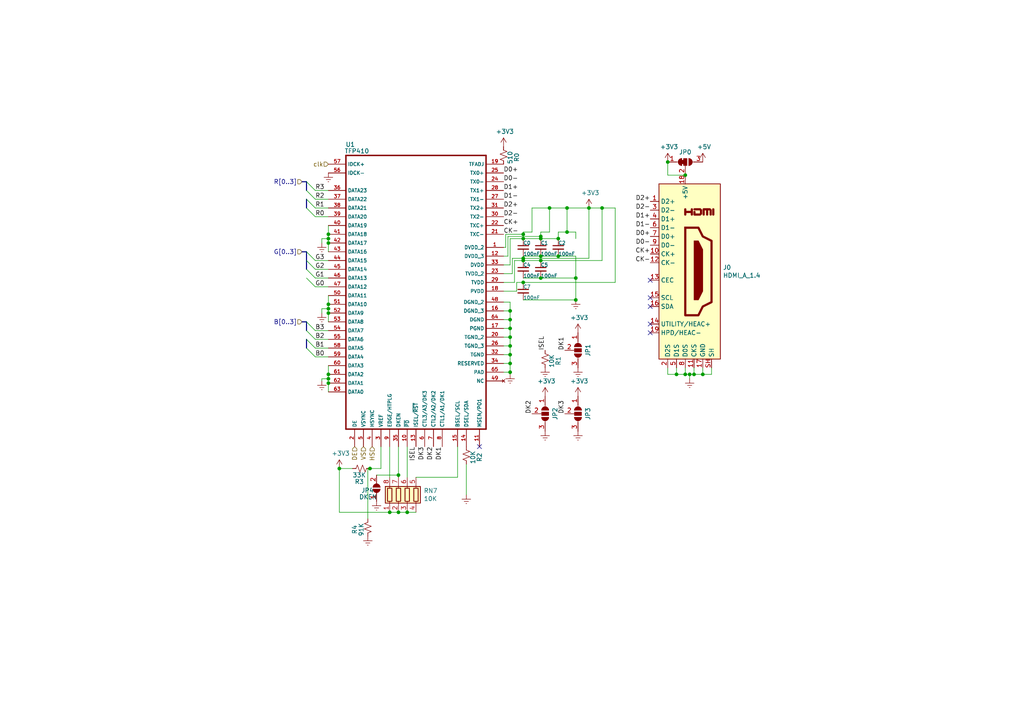
<source format=kicad_sch>
(kicad_sch (version 20200714) (host eeschema "(5.99.0-2441-g41b7c7c43)")
  (page 2 3)
  (paper "A4")
  (lib_symbols
    (symbol "Connector:HDMI_A_1.4" (pin_names (offset 0.508))
      (property "Reference" "J" (at -6.35 26.67 0))
      (property "Value" "HDMI_A_1.4" (at 10.16 26.67 0))
      (symbol "HDMI_A_1.4_0_1"
        (rectangle (start -7.62 25.4) (end 10.16 -25.4) (stroke (width 0.254)) (fill (type background)))
        (polyline (pts (xy 2.54 8.89) (xy 3.81 8.89) (xy 5.08 6.35) (xy 5.08 -5.715) (xy 3.81 -8.255) (xy 2.54 -8.255) (xy 2.54 8.89)) (fill (type outline)))
        (polyline (pts (xy 5.334 16.51) (xy 5.334 18.034) (xy 6.35 18.034) (xy 6.35 16.51) (xy 6.35 18.034) (xy 7.112 18.034) (xy 7.366 17.78) (xy 7.366 16.51)) (stroke (width 0.635)))
        (polyline (pts (xy 0 12.7) (xy 0 -12.7) (xy 3.81 -12.7) (xy 5.08 -10.16) (xy 7.62 -8.89) (xy 7.62 8.89) (xy 5.08 10.16) (xy 3.81 12.7) (xy 0 12.7)) (stroke (width 0.635)))
      )
      (symbol "HDMI_A_1.4_0_0"
        (polyline (pts (xy 8.128 16.51) (xy 8.128 18.034)) (stroke (width 0.635)))
        (polyline (pts (xy 0 16.51) (xy 0 18.034) (xy 0 17.272) (xy 1.905 17.272) (xy 1.905 18.034) (xy 1.905 16.51)) (stroke (width 0.635)))
        (polyline (pts (xy 2.667 18.034) (xy 4.318 18.034) (xy 4.572 17.78) (xy 4.572 16.764) (xy 4.318 16.51) (xy 2.667 16.51) (xy 2.667 17.272)) (stroke (width 0.635)))
      )
      (symbol "HDMI_A_1.4_1_1"
        (pin passive line (at -10.16 20.32 0) (length 2.54) (name "D2+") (number "1"))
        (pin passive line (at -10.16 5.08 0) (length 2.54) (name "CK+") (number "10"))
        (pin power_in line (at 2.54 -27.94 90) (length 2.54) (name "CKS") (number "11"))
        (pin passive line (at -10.16 2.54 0) (length 2.54) (name "CK-") (number "12"))
        (pin bidirectional line (at -10.16 -2.54 0) (length 2.54) (name "CEC") (number "13"))
        (pin passive line (at -10.16 -15.24 0) (length 2.54) (name "UTILITY/HEAC+") (number "14"))
        (pin passive line (at -10.16 -7.62 0) (length 2.54) (name "SCL") (number "15"))
        (pin bidirectional line (at -10.16 -10.16 0) (length 2.54) (name "SDA") (number "16"))
        (pin power_in line (at 5.08 -27.94 90) (length 2.54) (name "GND") (number "17"))
        (pin power_in line (at 0 27.94 270) (length 2.54) (name "+5V") (number "18"))
        (pin passive line (at -10.16 -17.78 0) (length 2.54) (name "HPD/HEAC-") (number "19"))
        (pin power_in line (at -5.08 -27.94 90) (length 2.54) (name "D2S") (number "2"))
        (pin passive line (at -10.16 17.78 0) (length 2.54) (name "D2-") (number "3"))
        (pin passive line (at -10.16 15.24 0) (length 2.54) (name "D1+") (number "4"))
        (pin power_in line (at -2.54 -27.94 90) (length 2.54) (name "D1S") (number "5"))
        (pin passive line (at -10.16 12.7 0) (length 2.54) (name "D1-") (number "6"))
        (pin passive line (at -10.16 10.16 0) (length 2.54) (name "D0+") (number "7"))
        (pin power_in line (at 0 -27.94 90) (length 2.54) (name "D0S") (number "8"))
        (pin passive line (at -10.16 7.62 0) (length 2.54) (name "D0-") (number "9"))
        (pin passive line (at 7.62 -27.94 90) (length 2.54) (name "SH") (number "SH"))
      )
    )
    (symbol "Custom_Symbols:TFP_410"
      (property "Reference" "U" (at 19.05 31.75 0))
      (property "Value" "TFP_410" (at 20.32 36.83 0))
      (symbol "TFP_410_1_1"
        (polyline (pts (xy 0 0) (xy 40.64 0)) (stroke (width 0.4064)))
        (polyline (pts (xy 0 79.375) (xy 0 0)) (stroke (width 0.4064)))
        (polyline (pts (xy 40.64 0) (xy 40.64 79.375)) (stroke (width 0.4064)))
        (polyline (pts (xy 40.64 79.375) (xy 0 79.375)) (stroke (width 0.4064)))
        (pin power_in line (at 45.72 52.705 180) (length 5.08) (name "DVDD_2") (number "1"))
        (pin input line (at 17.78 -5.08 90) (length 5.08) (name "~PD") (number "10"))
        (pin output line (at 38.735 -5.08 90) (length 5.08) (name "MSEN/PO1") (number "11"))
        (pin power_in line (at 45.72 50.165 180) (length 5.08) (name "DVDD_3") (number "12"))
        (pin input line (at 20.32 -5.08 90) (length 5.08) (name "ISEL/~RST") (number "13"))
        (pin bidirectional line (at 34.925 -5.08 90) (length 5.08) (name "DSEL/SDA") (number "14"))
        (pin input line (at 32.385 -5.08 90) (length 5.08) (name "BSEL/SCL") (number "15"))
        (pin passive line (at 45.72 34.29 180) (length 5.08) (name "DGND_3") (number "16"))
        (pin passive line (at 45.72 29.21 180) (length 5.08) (name "PGND") (number "17"))
        (pin power_in line (at 45.72 40.005 180) (length 5.08) (name "PVDD") (number "18"))
        (pin input line (at 45.72 76.835 180) (length 5.08) (name "TFADJ") (number "19"))
        (pin input line (at 2.54 -5.08 90) (length 5.08) (name "DE") (number "2"))
        (pin passive line (at 45.72 26.67 180) (length 5.08) (name "TGND_2") (number "20"))
        (pin output line (at 45.72 56.515 180) (length 5.08) (name "TXC-") (number "21"))
        (pin output line (at 45.72 59.055 180) (length 5.08) (name "TXC+") (number "22"))
        (pin power_in line (at 45.72 45.085 180) (length 5.08) (name "TVDD_2") (number "23"))
        (pin output line (at 45.72 71.755 180) (length 5.08) (name "TX0-") (number "24"))
        (pin output line (at 45.72 74.295 180) (length 5.08) (name "TX0+") (number "25"))
        (pin passive line (at 45.72 24.13 180) (length 5.08) (name "TGND_3") (number "26"))
        (pin output line (at 45.72 66.675 180) (length 5.08) (name "TX1-") (number "27"))
        (pin output line (at 45.72 69.215 180) (length 5.08) (name "TX1+") (number "28"))
        (pin power_in line (at 45.72 42.545 180) (length 5.08) (name "TVDD") (number "29"))
        (pin input line (at 10.16 -5.08 90) (length 5.08) (name "VREF") (number "3"))
        (pin output line (at 45.72 61.595 180) (length 5.08) (name "TX2-") (number "30"))
        (pin output line (at 45.72 64.135 180) (length 5.08) (name "TX2+") (number "31"))
        (pin passive line (at 45.72 21.59 180) (length 5.08) (name "TGND") (number "32"))
        (pin power_in line (at 45.72 47.625 180) (length 5.08) (name "DVDD") (number "33"))
        (pin passive line (at 45.72 19.05 180) (length 5.08) (name "RESERVED") (number "34"))
        (pin input line (at 15.24 -5.08 90) (length 5.08) (name "DKEN") (number "35"))
        (pin input line (at -5.08 69.215 0) (length 5.08) (name "DATA23") (number "36"))
        (pin input line (at -5.08 66.675 0) (length 5.08) (name "DATA22") (number "37"))
        (pin input line (at -5.08 64.135 0) (length 5.08) (name "DATA21") (number "38"))
        (pin input line (at -5.08 61.595 0) (length 5.08) (name "DATA20") (number "39"))
        (pin input line (at 7.62 -5.08 90) (length 5.08) (name "HSYNC") (number "4"))
        (pin input line (at -5.08 59.055 0) (length 5.08) (name "DATA19") (number "40"))
        (pin input line (at -5.08 56.515 0) (length 5.08) (name "DATA18") (number "41"))
        (pin input line (at -5.08 53.975 0) (length 5.08) (name "DATA17") (number "42"))
        (pin input line (at -5.08 51.435 0) (length 5.08) (name "DATA16") (number "43"))
        (pin input line (at -5.08 48.895 0) (length 5.08) (name "DATA15") (number "44"))
        (pin input line (at -5.08 46.355 0) (length 5.08) (name "DATA14") (number "45"))
        (pin input line (at -5.08 43.815 0) (length 5.08) (name "DATA13") (number "46"))
        (pin input line (at -5.08 41.275 0) (length 5.08) (name "DATA12") (number "47"))
        (pin passive line (at 45.72 36.83 180) (length 5.08) (name "DGND_2") (number "48"))
        (pin unconnected line (at 45.72 13.97 180) (length 5.08) (name "NC") (number "49"))
        (pin input line (at 5.08 -5.08 90) (length 5.08) (name "VSYNC") (number "5"))
        (pin input line (at -5.08 38.735 0) (length 5.08) (name "DATA11") (number "50"))
        (pin input line (at -5.08 36.195 0) (length 5.08) (name "DATA10") (number "51"))
        (pin input line (at -5.08 33.655 0) (length 5.08) (name "DATA9") (number "52"))
        (pin input line (at -5.08 31.115 0) (length 5.08) (name "DATA8") (number "53"))
        (pin input line (at -5.08 28.575 0) (length 5.08) (name "DATA7") (number "54"))
        (pin input line (at -5.08 26.035 0) (length 5.08) (name "DATA6") (number "55"))
        (pin input line (at -5.08 74.295 0) (length 5.08) (name "IDCK-") (number "56"))
        (pin input line (at -5.08 76.835 0) (length 5.08) (name "IDCK+") (number "57"))
        (pin input line (at -5.08 23.495 0) (length 5.08) (name "DATA5") (number "58"))
        (pin input line (at -5.08 20.955 0) (length 5.08) (name "DATA4") (number "59"))
        (pin input line (at 22.86 -5.08 90) (length 5.08) (name "CTL3/A3/DK3") (number "6"))
        (pin input line (at -5.08 18.415 0) (length 5.08) (name "DATA3") (number "60"))
        (pin input line (at -5.08 15.875 0) (length 5.08) (name "DATA2") (number "61"))
        (pin input line (at -5.08 13.335 0) (length 5.08) (name "DATA1") (number "62"))
        (pin input line (at -5.08 10.795 0) (length 5.08) (name "DATA0") (number "63"))
        (pin passive line (at 45.72 31.75 180) (length 5.08) (name "DGND") (number "64"))
        (pin passive line (at 45.72 16.51 180) (length 5.08) (name "PAD") (number "65"))
        (pin input line (at 25.4 -5.08 90) (length 5.08) (name "CTL2/A2/DK2") (number "7"))
        (pin input line (at 27.94 -5.08 90) (length 5.08) (name "CTL1/A1/DK1") (number "8"))
        (pin input line (at 12.7 -5.08 90) (length 5.08) (name "EDGE/HTPLG") (number "9"))
      )
    )
    (symbol "Device:C_Small" (pin_numbers hide) (pin_names (offset 0.254) hide)
      (property "Reference" "C" (at 0.254 1.778 0))
      (property "Value" "C_Small" (at 0.254 -2.032 0))
      (symbol "C_Small_0_1"
        (polyline (pts (xy -1.524 -0.508) (xy 1.524 -0.508)) (stroke (width 0.3302)))
        (polyline (pts (xy -1.524 0.508) (xy 1.524 0.508)) (stroke (width 0.3048)))
      )
      (symbol "C_Small_1_1"
        (pin passive line (at 0 2.54 270) (length 2.032) (name "~") (number "1"))
        (pin passive line (at 0 -2.54 90) (length 2.032) (name "~") (number "2"))
      )
    )
    (symbol "Device:R_Pack04" (pin_names (offset 0) hide)
      (property "Reference" "RN" (at -7.62 0 90))
      (property "Value" "R_Pack04" (at 5.08 0 90))
      (symbol "R_Pack04_0_1"
        (rectangle (start -3.175 1.905) (end -1.905 -1.905) (stroke (width 0.254)))
        (rectangle (start -5.715 1.905) (end -4.445 -1.905) (stroke (width 0.254)))
        (rectangle (start -0.635 1.905) (end 0.635 -1.905) (stroke (width 0.254)))
        (rectangle (start -6.35 -2.413) (end 3.81 2.413) (stroke (width 0.254)) (fill (type background)))
        (rectangle (start 1.905 1.905) (end 3.175 -1.905) (stroke (width 0.254)))
        (polyline (pts (xy -2.54 -2.54) (xy -2.54 -1.905)))
        (polyline (pts (xy -2.54 1.905) (xy -2.54 2.54)))
        (polyline (pts (xy -5.08 -2.54) (xy -5.08 -1.905)))
        (polyline (pts (xy -5.08 1.905) (xy -5.08 2.54)))
        (polyline (pts (xy 0 -2.54) (xy 0 -1.905)))
        (polyline (pts (xy 0 1.905) (xy 0 2.54)))
        (polyline (pts (xy 2.54 -2.54) (xy 2.54 -1.905)))
        (polyline (pts (xy 2.54 1.905) (xy 2.54 2.54)))
      )
      (symbol "R_Pack04_1_1"
        (pin passive line (at -5.08 -5.08 90) (length 2.54) (name "R1.1") (number "1"))
        (pin passive line (at -5.08 5.08 270) (length 2.54) (name "R1.2") (number "8"))
        (pin passive line (at -2.54 -5.08 90) (length 2.54) (name "R2.1") (number "2"))
        (pin passive line (at -2.54 5.08 270) (length 2.54) (name "R2.2") (number "7"))
        (pin passive line (at 0 -5.08 90) (length 2.54) (name "R3.1") (number "3"))
        (pin passive line (at 0 5.08 270) (length 2.54) (name "R3.2") (number "6"))
        (pin passive line (at 2.54 -5.08 90) (length 2.54) (name "R4.1") (number "4"))
        (pin passive line (at 2.54 5.08 270) (length 2.54) (name "R4.2") (number "5"))
      )
    )
    (symbol "Device:R_Small_US" (pin_numbers hide) (pin_names (offset 0.254) hide)
      (property "Reference" "R" (at 0.762 0.508 0))
      (property "Value" "R_Small_US" (at 0.762 -1.016 0))
      (symbol "R_Small_US_1_1"
        (polyline (pts (xy 0 0) (xy 1.016 -0.381) (xy 0 -0.762) (xy -1.016 -1.143) (xy 0 -1.524)))
        (polyline (pts (xy 0 1.524) (xy 1.016 1.143) (xy 0 0.762) (xy -1.016 0.381) (xy 0 0)))
        (pin passive line (at 0 2.54 270) (length 1.016) (name "~") (number "1"))
        (pin passive line (at 0 -2.54 90) (length 1.016) (name "~") (number "2"))
      )
    )
    (symbol "Jumper:SolderJumper_2_Open" (pin_names (offset 0) hide)
      (property "Reference" "JP" (at 0 2.032 0))
      (property "Value" "SolderJumper_2_Open" (at 0 -2.54 0))
      (symbol "SolderJumper_2_Open_0_1"
        (arc (start -0.254 1.016) (end -0.254 -1.016) (radius (at -0.254 0) (length 1.016) (angles 90.1 -90.1)))
        (arc (start -0.254 1.016) (end -0.254 -1.016) (radius (at -0.254 0) (length 1.016) (angles 90.1 -90.1)) (fill (type outline)))
        (arc (start 0.254 -1.016) (end 0.254 1.016) (radius (at 0.254 0) (length 1.016) (angles -89.9 89.9)))
        (arc (start 0.254 -1.016) (end 0.254 1.016) (radius (at 0.254 0) (length 1.016) (angles -89.9 89.9)) (fill (type outline)))
        (polyline (pts (xy -0.254 1.016) (xy -0.254 -1.016)))
        (polyline (pts (xy 0.254 1.016) (xy 0.254 -1.016)))
      )
      (symbol "SolderJumper_2_Open_1_1"
        (pin passive line (at -3.81 0 0) (length 2.54) (name "A") (number "1"))
        (pin passive line (at 3.81 0 180) (length 2.54) (name "B") (number "2"))
      )
    )
    (symbol "Jumper:SolderJumper_3_Bridged12" (pin_names (offset 0) hide)
      (property "Reference" "JP" (at -2.54 -2.54 0))
      (property "Value" "SolderJumper_3_Bridged12" (at 0 2.794 0))
      (symbol "SolderJumper_3_Bridged12_0_1"
        (arc (start -1.016 1.016) (end -1.016 -1.016) (radius (at -1.016 0) (length 1.016) (angles 90.1 -90.1)))
        (arc (start -1.016 1.016) (end -1.016 -1.016) (radius (at -1.016 0) (length 1.016) (angles 90.1 -90.1)) (fill (type outline)))
        (arc (start 1.016 -1.016) (end 1.016 1.016) (radius (at 1.016 0) (length 1.016) (angles -89.9 89.9)))
        (arc (start 1.016 -1.016) (end 1.016 1.016) (radius (at 1.016 0) (length 1.016) (angles -89.9 89.9)) (fill (type outline)))
        (rectangle (start -1.016 0.508) (end -0.508 -0.508) (fill (type outline)))
        (rectangle (start -0.508 1.016) (end 0.508 -1.016) (fill (type outline)))
        (polyline (pts (xy -2.54 0) (xy -2.032 0)))
        (polyline (pts (xy -1.016 1.016) (xy -1.016 -1.016)))
        (polyline (pts (xy 0 -1.27) (xy 0 -1.016)))
        (polyline (pts (xy 1.016 1.016) (xy 1.016 -1.016)))
        (polyline (pts (xy 2.54 0) (xy 2.032 0)))
      )
      (symbol "SolderJumper_3_Bridged12_1_1"
        (pin passive line (at -5.08 0 0) (length 2.54) (name "A") (number "1"))
        (pin input line (at 0 -3.81 90) (length 2.54) (name "C") (number "2"))
        (pin passive line (at 5.08 0 180) (length 2.54) (name "B") (number "3"))
      )
    )
    (symbol "Jumper:SolderJumper_3_Open" (pin_names (offset 0) hide)
      (property "Reference" "JP" (at -2.54 -2.54 0))
      (property "Value" "SolderJumper_3_Open" (at 0 2.794 0))
      (symbol "SolderJumper_3_Open_0_1"
        (arc (start -1.016 1.016) (end -1.016 -1.016) (radius (at -1.016 0) (length 1.016) (angles 90.1 -90.1)))
        (arc (start -1.016 1.016) (end -1.016 -1.016) (radius (at -1.016 0) (length 1.016) (angles 90.1 -90.1)) (fill (type outline)))
        (arc (start 1.016 -1.016) (end 1.016 1.016) (radius (at 1.016 0) (length 1.016) (angles -89.9 89.9)))
        (arc (start 1.016 -1.016) (end 1.016 1.016) (radius (at 1.016 0) (length 1.016) (angles -89.9 89.9)) (fill (type outline)))
        (rectangle (start -0.508 1.016) (end 0.508 -1.016) (fill (type outline)))
        (polyline (pts (xy -2.54 0) (xy -2.032 0)))
        (polyline (pts (xy -1.016 1.016) (xy -1.016 -1.016)))
        (polyline (pts (xy 0 -1.27) (xy 0 -1.016)))
        (polyline (pts (xy 1.016 1.016) (xy 1.016 -1.016)))
        (polyline (pts (xy 2.54 0) (xy 2.032 0)))
      )
      (symbol "SolderJumper_3_Open_1_1"
        (pin passive line (at -5.08 0 0) (length 2.54) (name "A") (number "1"))
        (pin input line (at 0 -3.81 90) (length 2.54) (name "C") (number "2"))
        (pin passive line (at 5.08 0 180) (length 2.54) (name "B") (number "3"))
      )
    )
    (symbol "power:+3V3" (power) (pin_names (offset 0))
      (property "Value" "+3V3" (at 0 3.556 0))
      (symbol "+3V3_0_1"
        (polyline (pts (xy -0.762 1.27) (xy 0 2.54)))
        (polyline (pts (xy 0 0) (xy 0 2.54)))
        (polyline (pts (xy 0 2.54) (xy 0.762 1.27)))
      )
      (symbol "+3V3_1_1"
        (pin power_in line (at 0 0 90) (length 0) hide (name "+3V3") (number "1"))
      )
    )
    (symbol "power:+5V" (power) (pin_names (offset 0))
      (property "Value" "+5V" (at 0 3.556 0))
      (symbol "+5V_0_1"
        (polyline (pts (xy -0.762 1.27) (xy 0 2.54)))
        (polyline (pts (xy 0 0) (xy 0 2.54)))
        (polyline (pts (xy 0 2.54) (xy 0.762 1.27)))
      )
      (symbol "+5V_1_1"
        (pin power_in line (at 0 0 90) (length 0) hide (name "+5V") (number "1"))
      )
    )
    (symbol "power:GNDREF" (power) (pin_names (offset 0))
      (property "Value" "GNDREF" (at 0 -3.81 0))
      (symbol "GNDREF_0_1"
        (polyline (pts (xy -0.635 -1.905) (xy 0.635 -1.905)))
        (polyline (pts (xy -0.127 -2.54) (xy 0.127 -2.54)))
        (polyline (pts (xy 0 -1.27) (xy 0 0)))
        (polyline (pts (xy 1.27 -1.27) (xy -1.27 -1.27)))
      )
      (symbol "GNDREF_1_1"
        (pin power_in line (at 0 0 270) (length 0) hide (name "GNDREF") (number "1"))
      )
    )
  )
  (junction (at 95.25 67.945))
  (junction (at 95.25 69.215))
  (junction (at 95.25 70.485))
  (junction (at 95.25 88.265))
  (junction (at 95.25 89.535))
  (junction (at 95.25 90.805))
  (junction (at 95.25 108.585))
  (junction (at 95.25 109.855))
  (junction (at 95.25 111.125))
  (junction (at 98.425 135.89))
  (junction (at 107.315 135.89))
  (junction (at 113.03 148.59))
  (junction (at 115.57 137.795))
  (junction (at 115.57 148.59))
  (junction (at 118.11 148.59))
  (junction (at 147.955 90.17))
  (junction (at 147.955 92.71))
  (junction (at 147.955 95.25))
  (junction (at 147.955 97.79))
  (junction (at 147.955 100.33))
  (junction (at 147.955 102.87))
  (junction (at 147.955 105.41))
  (junction (at 147.955 107.95))
  (junction (at 151.765 67.945))
  (junction (at 151.765 69.215))
  (junction (at 151.765 74.93))
  (junction (at 151.765 75.565))
  (junction (at 151.765 81.915))
  (junction (at 156.845 68.58))
  (junction (at 156.845 69.215))
  (junction (at 156.845 74.295))
  (junction (at 156.845 75.565))
  (junction (at 156.845 80.645))
  (junction (at 159.385 60.325))
  (junction (at 161.925 69.215))
  (junction (at 161.925 74.295))
  (junction (at 164.465 60.325))
  (junction (at 164.465 67.31))
  (junction (at 167.005 80.645))
  (junction (at 167.005 86.995))
  (junction (at 170.815 60.325))
  (junction (at 174.625 60.325))
  (junction (at 193.675 46.99))
  (junction (at 196.215 108.585))
  (junction (at 198.755 50.8))
  (junction (at 198.755 108.585))
  (junction (at 200.025 108.585))
  (junction (at 201.295 108.585))
  (junction (at 203.835 108.585))
  (no_connect (at 188.595 81.28))
  (no_connect (at 188.595 96.52))
  (no_connect (at 188.595 88.9))
  (no_connect (at 188.595 86.36))
  (no_connect (at 139.065 129.54))
  (no_connect (at 188.595 93.98))
  (bus_entry (at 88.9 52.705) (size 2.54 2.54) (stroke (width 0.1524)))
  (bus_entry (at 88.9 55.245) (size 2.54 2.54) (stroke (width 0.1524)))
  (bus_entry (at 88.9 57.785) (size 2.54 2.54) (stroke (width 0.1524)))
  (bus_entry (at 88.9 60.325) (size 2.54 2.54) (stroke (width 0.1524)))
  (bus_entry (at 88.9 73.025) (size 2.54 2.54) (stroke (width 0.1524)))
  (bus_entry (at 88.9 75.565) (size 2.54 2.54) (stroke (width 0.1524)))
  (bus_entry (at 88.9 78.105) (size 2.54 2.54) (stroke (width 0.1524)))
  (bus_entry (at 88.9 80.645) (size 2.54 2.54) (stroke (width 0.1524)))
  (bus_entry (at 88.9 93.345) (size 2.54 2.54) (stroke (width 0.1524)))
  (bus_entry (at 88.9 95.885) (size 2.54 2.54) (stroke (width 0.1524)))
  (bus_entry (at 88.9 98.425) (size 2.54 2.54) (stroke (width 0.1524)))
  (bus_entry (at 88.9 100.965) (size 2.54 2.54) (stroke (width 0.1524)))
  (wire (pts (xy 91.44 55.245) (xy 95.25 55.245)))
  (wire (pts (xy 91.44 60.325) (xy 95.25 60.325)))
  (wire (pts (xy 91.44 80.645) (xy 95.25 80.645)))
  (wire (pts (xy 93.345 69.215) (xy 95.25 69.215)))
  (wire (pts (xy 93.345 70.485) (xy 93.345 69.215)))
  (wire (pts (xy 93.345 89.535) (xy 95.25 89.535)))
  (wire (pts (xy 93.345 90.805) (xy 93.345 89.535)))
  (wire (pts (xy 93.345 109.855) (xy 95.25 109.855)))
  (wire (pts (xy 93.345 110.49) (xy 93.345 109.855)))
  (wire (pts (xy 95.25 57.785) (xy 91.44 57.785)))
  (wire (pts (xy 95.25 62.865) (xy 91.44 62.865)))
  (wire (pts (xy 95.25 65.405) (xy 95.25 67.945)))
  (wire (pts (xy 95.25 67.945) (xy 95.25 69.215)))
  (wire (pts (xy 95.25 69.215) (xy 95.25 70.485)))
  (wire (pts (xy 95.25 70.485) (xy 95.25 73.025)))
  (wire (pts (xy 95.25 75.565) (xy 91.44 75.565)))
  (wire (pts (xy 95.25 78.105) (xy 91.44 78.105)))
  (wire (pts (xy 95.25 83.185) (xy 91.44 83.185)))
  (wire (pts (xy 95.25 85.725) (xy 95.25 88.265)))
  (wire (pts (xy 95.25 88.265) (xy 95.25 89.535)))
  (wire (pts (xy 95.25 89.535) (xy 95.25 90.805)))
  (wire (pts (xy 95.25 90.805) (xy 95.25 93.345)))
  (wire (pts (xy 95.25 95.885) (xy 91.44 95.885)))
  (wire (pts (xy 95.25 98.425) (xy 91.44 98.425)))
  (wire (pts (xy 95.25 100.965) (xy 91.44 100.965)))
  (wire (pts (xy 95.25 103.505) (xy 91.44 103.505)))
  (wire (pts (xy 95.25 106.045) (xy 95.25 108.585)))
  (wire (pts (xy 95.25 108.585) (xy 95.25 109.855)))
  (wire (pts (xy 95.25 109.855) (xy 95.25 111.125)))
  (wire (pts (xy 95.25 111.125) (xy 95.25 113.665)))
  (wire (pts (xy 98.425 135.89) (xy 98.425 148.59)))
  (wire (pts (xy 98.425 148.59) (xy 113.03 148.59)))
  (wire (pts (xy 102.235 135.89) (xy 98.425 135.89)))
  (wire (pts (xy 106.68 135.89) (xy 107.315 135.89)))
  (wire (pts (xy 106.68 150.495) (xy 106.68 135.89)))
  (wire (pts (xy 109.22 137.795) (xy 115.57 137.795)))
  (wire (pts (xy 110.49 129.54) (xy 110.49 135.89)))
  (wire (pts (xy 110.49 135.89) (xy 107.315 135.89)))
  (wire (pts (xy 113.03 129.54) (xy 113.03 138.43)))
  (wire (pts (xy 113.03 148.59) (xy 115.57 148.59)))
  (wire (pts (xy 115.57 129.54) (xy 115.57 137.795)))
  (wire (pts (xy 115.57 137.795) (xy 115.57 138.43)))
  (wire (pts (xy 115.57 148.59) (xy 118.11 148.59)))
  (wire (pts (xy 118.11 129.54) (xy 118.11 138.43)))
  (wire (pts (xy 118.11 148.59) (xy 120.65 148.59)))
  (wire (pts (xy 132.715 129.54) (xy 132.715 138.43)))
  (wire (pts (xy 132.715 138.43) (xy 120.65 138.43)))
  (wire (pts (xy 135.255 134.62) (xy 135.255 143.51)))
  (wire (pts (xy 146.05 71.755) (xy 146.685 71.755)))
  (wire (pts (xy 146.05 74.295) (xy 147.32 74.295)))
  (wire (pts (xy 146.05 76.835) (xy 147.955 76.835)))
  (wire (pts (xy 146.05 79.375) (xy 148.59 79.375)))
  (wire (pts (xy 146.05 81.915) (xy 149.225 81.915)))
  (wire (pts (xy 146.05 84.455) (xy 149.86 84.455)))
  (wire (pts (xy 146.05 87.63) (xy 147.955 87.63)))
  (wire (pts (xy 146.05 90.17) (xy 147.955 90.17)))
  (wire (pts (xy 146.05 95.25) (xy 147.955 95.25)))
  (wire (pts (xy 146.05 100.33) (xy 147.955 100.33)))
  (wire (pts (xy 146.05 105.41) (xy 147.955 105.41)))
  (wire (pts (xy 146.685 67.945) (xy 151.765 67.945)))
  (wire (pts (xy 146.685 71.755) (xy 146.685 67.945)))
  (wire (pts (xy 147.32 68.58) (xy 156.845 68.58)))
  (wire (pts (xy 147.32 74.295) (xy 147.32 68.58)))
  (wire (pts (xy 147.955 69.215) (xy 147.955 76.835)))
  (wire (pts (xy 147.955 69.215) (xy 151.765 69.215)))
  (wire (pts (xy 147.955 87.63) (xy 147.955 90.17)))
  (wire (pts (xy 147.955 90.17) (xy 147.955 92.71)))
  (wire (pts (xy 147.955 92.71) (xy 146.05 92.71)))
  (wire (pts (xy 147.955 92.71) (xy 147.955 95.25)))
  (wire (pts (xy 147.955 95.25) (xy 147.955 97.79)))
  (wire (pts (xy 147.955 97.79) (xy 146.05 97.79)))
  (wire (pts (xy 147.955 97.79) (xy 147.955 100.33)))
  (wire (pts (xy 147.955 100.33) (xy 147.955 102.87)))
  (wire (pts (xy 147.955 102.87) (xy 146.05 102.87)))
  (wire (pts (xy 147.955 102.87) (xy 147.955 105.41)))
  (wire (pts (xy 147.955 105.41) (xy 147.955 107.95)))
  (wire (pts (xy 147.955 107.95) (xy 146.05 107.95)))
  (wire (pts (xy 147.955 108.585) (xy 147.955 107.95)))
  (wire (pts (xy 148.59 74.93) (xy 151.765 74.93)))
  (wire (pts (xy 148.59 79.375) (xy 148.59 74.93)))
  (wire (pts (xy 149.225 75.565) (xy 151.765 75.565)))
  (wire (pts (xy 149.225 81.915) (xy 149.225 75.565)))
  (wire (pts (xy 149.86 81.915) (xy 151.765 81.915)))
  (wire (pts (xy 149.86 84.455) (xy 149.86 81.915)))
  (wire (pts (xy 151.765 67.31) (xy 151.765 67.945)))
  (wire (pts (xy 151.765 67.945) (xy 151.765 69.215)))
  (wire (pts (xy 151.765 69.215) (xy 156.845 69.215)))
  (wire (pts (xy 151.765 74.295) (xy 156.845 74.295)))
  (wire (pts (xy 151.765 74.93) (xy 170.815 74.93)))
  (wire (pts (xy 151.765 75.565) (xy 151.765 74.93)))
  (wire (pts (xy 151.765 75.565) (xy 156.845 75.565)))
  (wire (pts (xy 151.765 80.645) (xy 156.845 80.645)))
  (wire (pts (xy 151.765 81.915) (xy 178.435 81.915)))
  (wire (pts (xy 151.765 86.995) (xy 167.005 86.995)))
  (wire (pts (xy 154.305 60.325) (xy 154.305 67.31)))
  (wire (pts (xy 154.305 60.325) (xy 159.385 60.325)))
  (wire (pts (xy 154.305 67.31) (xy 151.765 67.31)))
  (wire (pts (xy 156.845 67.31) (xy 156.845 68.58)))
  (wire (pts (xy 156.845 68.58) (xy 156.845 69.215)))
  (wire (pts (xy 156.845 69.215) (xy 161.925 69.215)))
  (wire (pts (xy 156.845 74.295) (xy 161.925 74.295)))
  (wire (pts (xy 156.845 75.565) (xy 174.625 75.565)))
  (wire (pts (xy 156.845 80.645) (xy 167.005 80.645)))
  (wire (pts (xy 159.385 60.325) (xy 159.385 67.31)))
  (wire (pts (xy 159.385 60.325) (xy 164.465 60.325)))
  (wire (pts (xy 159.385 67.31) (xy 156.845 67.31)))
  (wire (pts (xy 161.925 67.31) (xy 161.925 69.215)))
  (wire (pts (xy 161.925 67.31) (xy 164.465 67.31)))
  (wire (pts (xy 161.925 74.295) (xy 167.005 74.295)))
  (wire (pts (xy 164.465 60.325) (xy 164.465 67.31)))
  (wire (pts (xy 164.465 60.325) (xy 170.815 60.325)))
  (wire (pts (xy 164.465 67.31) (xy 167.005 67.31)))
  (wire (pts (xy 167.005 67.31) (xy 167.005 69.215)))
  (wire (pts (xy 167.005 74.295) (xy 167.005 80.645)))
  (wire (pts (xy 167.005 80.645) (xy 167.005 86.995)))
  (wire (pts (xy 170.815 60.325) (xy 170.815 74.93)))
  (wire (pts (xy 170.815 60.325) (xy 174.625 60.325)))
  (wire (pts (xy 174.625 60.325) (xy 174.625 75.565)))
  (wire (pts (xy 174.625 60.325) (xy 178.435 60.325)))
  (wire (pts (xy 178.435 60.325) (xy 178.435 81.915)))
  (wire (pts (xy 193.675 46.99) (xy 193.675 50.8)))
  (wire (pts (xy 193.675 106.68) (xy 193.675 108.585)))
  (wire (pts (xy 193.675 108.585) (xy 196.215 108.585)))
  (wire (pts (xy 196.215 106.68) (xy 196.215 108.585)))
  (wire (pts (xy 196.215 108.585) (xy 198.755 108.585)))
  (wire (pts (xy 198.755 50.8) (xy 193.675 50.8)))
  (wire (pts (xy 198.755 106.68) (xy 198.755 108.585)))
  (wire (pts (xy 198.755 108.585) (xy 200.025 108.585)))
  (wire (pts (xy 200.025 108.585) (xy 201.295 108.585)))
  (wire (pts (xy 200.025 109.855) (xy 200.025 108.585)))
  (wire (pts (xy 201.295 106.68) (xy 201.295 108.585)))
  (wire (pts (xy 201.295 108.585) (xy 203.835 108.585)))
  (wire (pts (xy 203.835 106.68) (xy 203.835 108.585)))
  (wire (pts (xy 203.835 108.585) (xy 206.375 108.585)))
  (wire (pts (xy 206.375 108.585) (xy 206.375 106.68)))
  (bus (pts (xy 88.9 52.705) (xy 87.63 52.705)))
  (bus (pts (xy 88.9 52.705) (xy 88.9 57.785)))
  (bus (pts (xy 88.9 57.785) (xy 88.9 60.325)))
  (bus (pts (xy 88.9 73.025) (xy 87.63 73.025)))
  (bus (pts (xy 88.9 73.025) (xy 88.9 75.565)))
  (bus (pts (xy 88.9 75.565) (xy 88.9 80.645)))
  (bus (pts (xy 88.9 93.345) (xy 87.63 93.345)))
  (bus (pts (xy 88.9 93.345) (xy 88.9 98.425)))
  (bus (pts (xy 88.9 98.425) (xy 88.9 100.965)))
  (label "R3" (at 91.44 55.245 0))
  (label "R2" (at 91.44 57.785 0))
  (label "R1" (at 91.44 60.325 0))
  (label "R0" (at 91.44 62.865 0))
  (label "G3" (at 91.44 75.565 0))
  (label "G2" (at 91.44 78.105 0))
  (label "G1" (at 91.44 80.645 0))
  (label "G0" (at 91.44 83.185 0))
  (label "B3" (at 91.44 95.885 0))
  (label "B2" (at 91.44 98.425 0))
  (label "B1" (at 91.44 100.965 0))
  (label "B0" (at 91.44 103.505 0))
  (label "ISEL" (at 120.65 129.54 270))
  (label "DK3" (at 123.19 129.54 270))
  (label "DK2" (at 125.73 129.54 270))
  (label "DK1" (at 128.27 129.54 270))
  (label "D0+" (at 146.05 50.165 0))
  (label "D0-" (at 146.05 52.705 0))
  (label "D1+" (at 146.05 55.245 0))
  (label "D1-" (at 146.05 57.785 0))
  (label "D2+" (at 146.05 60.325 0))
  (label "D2-" (at 146.05 62.865 0))
  (label "CK+" (at 146.05 65.405 0))
  (label "CK-" (at 146.05 67.945 0))
  (label "DK2" (at 154.305 120.015 90))
  (label "ISEL" (at 158.115 101.6 90))
  (label "DK1" (at 163.83 101.6 90))
  (label "DK3" (at 163.83 120.015 90))
  (label "D2+" (at 188.595 58.42 180))
  (label "D2-" (at 188.595 60.96 180))
  (label "D1+" (at 188.595 63.5 180))
  (label "D1-" (at 188.595 66.04 180))
  (label "D0+" (at 188.595 68.58 180))
  (label "D0-" (at 188.595 71.12 180))
  (label "CK+" (at 188.595 73.66 180))
  (label "CK-" (at 188.595 76.2 180))
  (hierarchical_label "R[0..3]" (shape input) (at 87.63 52.705 180))
  (hierarchical_label "G[0..3]" (shape input) (at 87.63 73.025 180))
  (hierarchical_label "B[0..3]" (shape input) (at 87.63 93.345 180))
  (hierarchical_label "clk" (shape input) (at 95.25 47.625 180))
  (hierarchical_label "DE" (shape input) (at 102.87 129.54 270))
  (hierarchical_label "VS" (shape input) (at 105.41 129.54 270))
  (hierarchical_label "HS" (shape input) (at 107.95 129.54 270))
  (symbol (lib_id "power:+3V3") (at 98.425 135.89 0) (unit 1)
    (property "Reference" "#PWR036" (effects hide))
    (property "Value" "+3V3" (at 98.806 131.4958 0))
  )
  (symbol (lib_id "power:+3V3") (at 146.05 42.545 0) (unit 1)
    (property "Reference" "#PWR018" (effects hide))
    (property "Value" "+3V3" (at 146.431 38.1508 0))
  )
  (symbol (lib_id "power:+3V3") (at 158.115 114.935 0) (unit 1)
    (property "Reference" "#PWR032" (effects hide))
    (property "Value" "+3V3" (at 158.496 110.5408 0))
  )
  (symbol (lib_id "power:+3V3") (at 167.64 96.52 0) (unit 1)
    (property "Reference" "#PWR026" (effects hide))
    (property "Value" "+3V3" (at 168.021 92.1258 0))
  )
  (symbol (lib_id "power:+3V3") (at 167.64 114.935 0) (unit 1)
    (property "Reference" "#PWR033" (effects hide))
    (property "Value" "+3V3" (at 168.021 110.5408 0))
  )
  (symbol (lib_id "power:+3V3") (at 170.815 60.325 0) (unit 1)
    (property "Reference" "#PWR022" (effects hide))
    (property "Value" "+3V3" (at 171.196 55.9308 0))
  )
  (symbol (lib_id "power:+3V3") (at 193.675 46.99 0) (unit 1)
    (property "Reference" "#PWR019" (effects hide))
    (property "Value" "+3V3" (at 194.056 42.5958 0))
  )
  (symbol (lib_id "power:+5V") (at 203.835 46.99 0) (unit 1)
    (property "Reference" "#PWR020" (effects hide))
    (property "Value" "+5V" (at 204.216 42.5958 0))
  )
  (symbol (lib_id "power:GNDREF") (at 93.345 70.485 0) (unit 1)
    (property "Reference" "#PWR023" (effects hide))
    (property "Value" "GNDREF" (effects hide))
  )
  (symbol (lib_id "power:GNDREF") (at 93.345 90.805 0) (unit 1)
    (property "Reference" "#PWR025" (effects hide))
    (property "Value" "GNDREF" (effects hide))
  )
  (symbol (lib_id "power:GNDREF") (at 93.345 110.49 0) (unit 1)
    (property "Reference" "#PWR031" (effects hide))
    (property "Value" "GNDREF" (effects hide))
  )
  (symbol (lib_id "power:GNDREF") (at 95.25 50.165 0) (unit 1)
    (property "Reference" "#PWR021" (effects hide))
    (property "Value" "GNDREF" (effects hide))
  )
  (symbol (lib_id "power:GNDREF") (at 106.68 155.575 0) (unit 1)
    (property "Reference" "#PWR038" (effects hide))
    (property "Value" "GNDREF" (effects hide))
  )
  (symbol (lib_id "power:GNDREF") (at 109.22 145.415 0) (unit 1)
    (property "Reference" "#PWR037" (effects hide))
    (property "Value" "GNDREF" (effects hide))
  )
  (symbol (lib_id "power:GNDREF") (at 135.255 143.51 0) (unit 1)
    (property "Reference" "#PWR0107" (effects hide))
    (property "Value" "GNDREF" (effects hide))
  )
  (symbol (lib_id "power:GNDREF") (at 147.955 108.585 0) (unit 1)
    (property "Reference" "#PWR029" (effects hide))
    (property "Value" "GNDREF" (effects hide))
  )
  (symbol (lib_id "power:GNDREF") (at 158.115 106.68 0) (unit 1)
    (property "Reference" "#PWR027" (effects hide))
    (property "Value" "GNDREF" (effects hide))
  )
  (symbol (lib_id "power:GNDREF") (at 158.115 125.095 0) (unit 1)
    (property "Reference" "#PWR034" (effects hide))
    (property "Value" "GNDREF" (effects hide))
  )
  (symbol (lib_id "power:GNDREF") (at 167.005 86.995 0) (unit 1)
    (property "Reference" "#PWR024" (effects hide))
    (property "Value" "GNDREF" (effects hide))
  )
  (symbol (lib_id "power:GNDREF") (at 167.64 106.68 0) (unit 1)
    (property "Reference" "#PWR028" (effects hide))
    (property "Value" "GNDREF" (effects hide))
  )
  (symbol (lib_id "power:GNDREF") (at 167.64 125.095 0) (unit 1)
    (property "Reference" "#PWR035" (effects hide))
    (property "Value" "GNDREF" (effects hide))
  )
  (symbol (lib_id "power:GNDREF") (at 200.025 109.855 0) (unit 1)
    (property "Reference" "#PWR030" (effects hide))
    (property "Value" "GNDREF" (effects hide))
  )
  (symbol (lib_id "Device:R_Small_US") (at 104.775 135.89 270) (unit 1)
    (property "Reference" "R3" (at 102.87 139.7 90) (effects (justify left)))
    (property "Value" "33K" (at 102.235 137.795 90) (effects (justify left)))
    (property "Footprint" "Resistor_SMD:R_0603_1608Metric" (effects hide))
  )
  (symbol (lib_id "Device:R_Small_US") (at 106.68 153.035 0) (mirror y) (unit 1)
    (property "Reference" "R4" (at 102.87 154.94 90) (effects (justify left)))
    (property "Value" "91K" (at 104.775 155.575 90) (effects (justify left)))
    (property "Footprint" "Resistor_SMD:R_0603_1608Metric" (effects hide))
  )
  (symbol (lib_id "Device:R_Small_US") (at 135.255 132.08 0) (unit 1)
    (property "Reference" "R2" (at 139.065 133.985 90) (effects (justify left)))
    (property "Value" "10K" (at 137.16 134.62 90) (effects (justify left)))
    (property "Footprint" "Resistor_SMD:R_0603_1608Metric" (effects hide))
  )
  (symbol (lib_id "Device:R_Small_US") (at 146.05 45.085 0) (unit 1)
    (property "Reference" "R0" (at 149.86 46.99 90) (effects (justify left)))
    (property "Value" "510" (at 147.955 47.625 90) (effects (justify left)))
    (property "Footprint" "Resistor_SMD:R_0603_1608Metric_Pad1.05x0.95mm_HandSolder" (effects hide))
  )
  (symbol (lib_id "Device:R_Small_US") (at 158.115 104.14 0) (unit 1)
    (property "Reference" "R1" (at 161.925 106.045 90) (effects (justify left)))
    (property "Value" "10K" (at 160.02 106.68 90) (effects (justify left)))
    (property "Footprint" "Resistor_SMD:R_0603_1608Metric" (effects hide))
  )
  (symbol (lib_id "Device:C_Small") (at 151.765 71.755 0) (unit 1)
    (property "Reference" "C0" (at 151.765 70.485 0) (effects (font (size 1.016 1.016)) (justify left)))
    (property "Value" "100nF" (at 151.765 73.66 0) (effects (font (size 1.016 1.016)) (justify left)))
    (property "Footprint" "Capacitor_SMD:C_0603_1608Metric_Pad1.05x0.95mm_HandSolder" (effects hide))
  )
  (symbol (lib_id "Device:C_Small") (at 151.765 78.105 0) (unit 1)
    (property "Reference" "C4" (at 151.765 76.835 0) (effects (font (size 1.016 1.016)) (justify left)))
    (property "Value" "100nF" (at 151.765 80.01 0) (effects (font (size 1.016 1.016)) (justify left)))
    (property "Footprint" "Capacitor_SMD:C_0603_1608Metric_Pad1.05x0.95mm_HandSolder" (effects hide))
  )
  (symbol (lib_id "Device:C_Small") (at 151.765 84.455 0) (unit 1)
    (property "Reference" "C7" (at 151.765 83.185 0) (effects (font (size 1.016 1.016)) (justify left)))
    (property "Value" "100nF" (at 151.765 86.36 0) (effects (font (size 1.016 1.016)) (justify left)))
    (property "Footprint" "Capacitor_SMD:C_0603_1608Metric_Pad1.05x0.95mm_HandSolder" (effects hide))
  )
  (symbol (lib_id "Device:C_Small") (at 156.845 71.755 0) (unit 1)
    (property "Reference" "C1" (at 156.845 70.485 0) (effects (font (size 1.016 1.016)) (justify left)))
    (property "Value" "100nF" (at 156.845 73.66 0) (effects (font (size 1.016 1.016)) (justify left)))
    (property "Footprint" "Capacitor_SMD:C_0603_1608Metric_Pad1.05x0.95mm_HandSolder" (effects hide))
  )
  (symbol (lib_id "Device:C_Small") (at 156.845 78.105 0) (unit 1)
    (property "Reference" "C5" (at 156.845 76.835 0) (effects (font (size 1.016 1.016)) (justify left)))
    (property "Value" "100nF" (at 156.845 80.01 0) (effects (font (size 1.016 1.016)) (justify left)))
    (property "Footprint" "Capacitor_SMD:C_0603_1608Metric_Pad1.05x0.95mm_HandSolder" (effects hide))
  )
  (symbol (lib_id "Device:C_Small") (at 161.925 71.755 0) (unit 1)
    (property "Reference" "C2" (at 161.925 70.485 0) (effects (font (size 1.016 1.016)) (justify left)))
    (property "Value" "100nF" (at 161.925 73.66 0) (effects (font (size 1.016 1.016)) (justify left)))
    (property "Footprint" "Capacitor_SMD:C_0603_1608Metric_Pad1.05x0.95mm_HandSolder" (effects hide))
  )
  (symbol (lib_id "Jumper:SolderJumper_2_Open") (at 109.22 141.605 90) (unit 1)
    (property "Reference" "JP4" (at 104.775 142.24 90) (effects (justify right)))
    (property "Value" "DKEN" (at 104.14 144.145 90) (effects (justify right)))
    (property "Footprint" "Custom_Parts:Jumper_2_Pin_Unbridged" (effects hide))
  )
  (symbol (lib_id "Jumper:SolderJumper_3_Open") (at 158.115 120.015 270) (unit 1)
    (property "Reference" "JP2" (at 160.9852 120.015 0))
    (property "Value" "DK2" (effects hide))
    (property "Footprint" "Custom_Parts:jumper_unbridged" (effects hide))
  )
  (symbol (lib_id "Jumper:SolderJumper_3_Open") (at 167.64 101.6 270) (unit 1)
    (property "Reference" "JP1" (at 170.5102 101.6 0))
    (property "Value" "DK1" (effects hide))
    (property "Footprint" "Custom_Parts:jumper_unbridged" (effects hide))
  )
  (symbol (lib_id "Jumper:SolderJumper_3_Open") (at 167.64 120.015 270) (unit 1)
    (property "Reference" "JP3" (at 170.5102 120.015 0))
    (property "Value" "DK3" (effects hide))
    (property "Footprint" "Custom_Parts:jumper_unbridged" (effects hide))
  )
  (symbol (lib_id "Jumper:SolderJumper_3_Bridged12") (at 198.755 46.99 0) (unit 1)
    (property "Reference" "JP0" (at 198.755 44.1198 0))
    (property "Value" "V_Sel" (effects hide))
    (property "Footprint" "Custom_Parts:jumper_1_2_bridged" (effects hide))
  )
  (symbol (lib_id "Device:R_Pack04") (at 118.11 143.51 0) (unit 1)
    (property "Reference" "RN7" (at 122.8852 142.3416 0) (effects (justify left)))
    (property "Value" "10K" (at 122.8852 144.653 0) (effects (justify left)))
    (property "Footprint" "Resistor_SMD:R_Array_Concave_4x0603" (effects hide))
  )
  (symbol (lib_id "Connector:HDMI_A_1.4") (at 198.755 78.74 0) (unit 1)
    (property "Reference" "J0" (at 209.677 77.5716 0) (effects (justify left)))
    (property "Value" "HDMI_A_1.4" (at 209.677 79.883 0) (effects (justify left)))
    (property "Footprint" "Custom_Parts:HDMI" (effects hide))
    (property "Datasheet" "https://en.wikipedia.org/wiki/HDMI" (effects hide))
  )
  (symbol (lib_id "Custom_Symbols:TFP_410") (at 100.33 124.46 0) (unit 1)
    (property "Reference" "U1" (at 101.6 41.91 0))
    (property "Value" "TFP410" (at 103.505 43.815 0))
    (property "Footprint" "Package_QFP:HTQFP-64-1EP_10x10mm_P0.5mm_EP8x8mm_Mask4.4x4.4mm_ThermalVias" (effects hide))
    (property "Field4" "74K3960" (effects hide))
    (property "Field5" "TFP410" (effects hide))
    (property "Field6" "HTQFP-64" (effects hide))
    (property "Field7" "Texas Instruments" (effects hide))
  )
)
</source>
